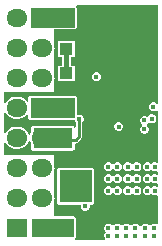
<source format=gbl>
G04*
G04 #@! TF.GenerationSoftware,Altium Limited,Altium Designer,21.6.1 (37)*
G04*
G04 Layer_Physical_Order=4*
G04 Layer_Color=16711680*
%FSLAX25Y25*%
%MOIN*%
G70*
G04*
G04 #@! TF.SameCoordinates,B910C7B4-C9C7-41F4-8FA7-49552EACB796*
G04*
G04*
G04 #@! TF.FilePolarity,Positive*
G04*
G01*
G75*
%ADD10C,0.01000*%
%ADD37O,0.07000X0.06000*%
%ADD38R,0.07000X0.06000*%
%ADD39C,0.01772*%
%ADD44R,0.04331X0.03937*%
%ADD45C,0.01500*%
%ADD46R,0.13000X0.07000*%
%ADD47R,0.14806X0.06618*%
%ADD48R,0.14732X0.06500*%
%ADD49R,0.10911X0.11000*%
%ADD50R,0.14134X0.06325*%
G36*
X53546Y48262D02*
X53046Y48055D01*
X52842Y48260D01*
X52296Y48486D01*
X51704D01*
X51158Y48260D01*
X50740Y47842D01*
X50514Y47295D01*
Y46705D01*
X50740Y46158D01*
X51158Y45740D01*
X51704Y45514D01*
X52296D01*
X52842Y45740D01*
X53046Y45945D01*
X53546Y45738D01*
Y28708D01*
X53046Y28382D01*
X52796Y28486D01*
X52204D01*
X51658Y28260D01*
X51250Y27851D01*
X50842Y28260D01*
X50296Y28486D01*
X49705D01*
X49158Y28260D01*
X48740Y27842D01*
X48514Y27296D01*
Y26704D01*
X48740Y26158D01*
X49158Y25740D01*
X49705Y25514D01*
X50296D01*
X50842Y25740D01*
X51250Y26149D01*
X51658Y25740D01*
X52204Y25514D01*
X52796D01*
X53046Y25618D01*
X53546Y25292D01*
Y24708D01*
X53046Y24382D01*
X52796Y24486D01*
X52204D01*
X51658Y24260D01*
X51250Y23851D01*
X50842Y24260D01*
X50296Y24486D01*
X49705D01*
X49158Y24260D01*
X48740Y23842D01*
X48514Y23296D01*
Y22704D01*
X48740Y22158D01*
X49158Y21740D01*
X49705Y21514D01*
X50296D01*
X50842Y21740D01*
X51250Y22149D01*
X51658Y21740D01*
X52204Y21514D01*
X52796D01*
X53046Y21618D01*
X53546Y21292D01*
Y20708D01*
X53046Y20382D01*
X52796Y20486D01*
X52204D01*
X51658Y20260D01*
X51250Y19851D01*
X50842Y20260D01*
X50296Y20486D01*
X49705D01*
X49158Y20260D01*
X48740Y19842D01*
X48514Y19296D01*
Y18704D01*
X48740Y18158D01*
X49158Y17740D01*
X49705Y17514D01*
X50296D01*
X50842Y17740D01*
X51250Y18149D01*
X51658Y17740D01*
X52204Y17514D01*
X52796D01*
X53046Y17618D01*
X53546Y17292D01*
Y8108D01*
X53046Y7899D01*
X52596Y8086D01*
X52004D01*
X51458Y7860D01*
X51083Y7484D01*
X50800Y7461D01*
X50517Y7484D01*
X50142Y7860D01*
X49595Y8086D01*
X49005D01*
X48458Y7860D01*
X48040Y7442D01*
X47921Y7153D01*
X47379D01*
X47260Y7442D01*
X46842Y7860D01*
X46295Y8086D01*
X45704D01*
X45158Y7860D01*
X44776Y7477D01*
X44495Y7458D01*
X44214Y7477D01*
X43832Y7860D01*
X43286Y8086D01*
X42695D01*
X42149Y7860D01*
X41780Y7491D01*
X41495Y7464D01*
X41210Y7491D01*
X40842Y7860D01*
X40295Y8086D01*
X39704D01*
X39158Y7860D01*
X38783Y7484D01*
X38500Y7461D01*
X38217Y7484D01*
X37842Y7860D01*
X37295Y8086D01*
X36704D01*
X36158Y7860D01*
X35740Y7442D01*
X35514Y6896D01*
Y6304D01*
X35740Y5758D01*
X36149Y5350D01*
X35740Y4942D01*
X35514Y4396D01*
Y3804D01*
X35740Y3258D01*
X35928Y3071D01*
X35721Y2571D01*
X26131D01*
X25959Y3041D01*
X26149Y3500D01*
Y9825D01*
X25959Y10284D01*
X25500Y10474D01*
X19000D01*
Y16232D01*
X19056Y16659D01*
X19000Y17087D01*
Y26232D01*
X19056Y26659D01*
X19000Y27087D01*
Y31000D01*
X2141D01*
Y35081D01*
X2641Y35181D01*
X2781Y34844D01*
X3358Y34092D01*
X4110Y33515D01*
X4985Y33152D01*
X5925Y33028D01*
X6925D01*
X7865Y33152D01*
X8741Y33515D01*
X9493Y34092D01*
X10070Y34844D01*
X10389Y35616D01*
X10675Y35669D01*
X10961Y35616D01*
X11281Y34844D01*
X11351Y34753D01*
Y33000D01*
X11541Y32541D01*
X12000Y32351D01*
X25000D01*
X25459Y32541D01*
X25500Y32640D01*
X25765D01*
Y34612D01*
X26080Y34958D01*
X26509Y35043D01*
X26873Y35287D01*
X28019Y36433D01*
X28262Y36797D01*
X28347Y37226D01*
X28347Y37226D01*
Y41951D01*
X28485Y42089D01*
X28712Y42635D01*
Y43226D01*
X28485Y43772D01*
X28067Y44190D01*
X27521Y44416D01*
X26930D01*
X26871Y44392D01*
X26456Y44669D01*
Y49986D01*
X26265Y50446D01*
X25806Y50636D01*
X11000D01*
X10541Y50446D01*
X10351Y49986D01*
Y48930D01*
X9851Y48761D01*
X9493Y49227D01*
X8741Y49804D01*
X7865Y50167D01*
X6925Y50291D01*
X5925D01*
X4985Y50167D01*
X4110Y49804D01*
X3358Y49227D01*
X2781Y48475D01*
X2641Y48138D01*
X2141Y48238D01*
Y52000D01*
X19000D01*
Y56232D01*
X19056Y56660D01*
X19000Y57087D01*
Y66232D01*
X19056Y66659D01*
X19000Y67087D01*
Y72820D01*
X25732D01*
X26191Y73011D01*
X26382Y73470D01*
Y79970D01*
X26221Y80359D01*
X26415Y80859D01*
X53546D01*
Y48262D01*
D02*
G37*
G36*
X2781Y44844D02*
X3358Y44092D01*
X4110Y43515D01*
X4985Y43152D01*
X5925Y43028D01*
X6925D01*
X7865Y43152D01*
X8741Y43515D01*
X9493Y44092D01*
X9851Y44558D01*
X10351Y44388D01*
Y43369D01*
X10541Y42909D01*
X11000Y42719D01*
X25740D01*
Y42635D01*
X25966Y42089D01*
X26104Y41951D01*
Y40209D01*
X25604Y40109D01*
X25459Y40459D01*
X25000Y40649D01*
X12000D01*
X11541Y40459D01*
X11351Y40000D01*
Y38566D01*
X11281Y38475D01*
X10961Y37703D01*
X10675Y37649D01*
X10389Y37703D01*
X10070Y38475D01*
X9493Y39227D01*
X8741Y39804D01*
X7865Y40167D01*
X6925Y40290D01*
X5925D01*
X4985Y40167D01*
X4110Y39804D01*
X3358Y39227D01*
X2781Y38475D01*
X2641Y38138D01*
X2141Y38238D01*
Y45081D01*
X2641Y45181D01*
X2781Y44844D01*
D02*
G37*
%LPC*%
G36*
X25765Y68860D02*
X20235D01*
Y63723D01*
X21617D01*
Y62420D01*
X21611Y62387D01*
X21612Y62381D01*
X21514Y62146D01*
Y61554D01*
X21617Y61306D01*
Y60777D01*
X20235D01*
Y55640D01*
X25765D01*
Y60777D01*
X24370D01*
Y61275D01*
X24486Y61554D01*
Y62146D01*
X24370Y62425D01*
Y63723D01*
X25765D01*
Y68860D01*
D02*
G37*
G36*
X33296Y58486D02*
X32704D01*
X32158Y58260D01*
X31740Y57842D01*
X31514Y57296D01*
Y56704D01*
X31740Y56158D01*
X32158Y55740D01*
X32704Y55514D01*
X33296D01*
X33842Y55740D01*
X34260Y56158D01*
X34486Y56704D01*
Y57296D01*
X34260Y57842D01*
X33842Y58260D01*
X33296Y58486D01*
D02*
G37*
G36*
X51796Y44486D02*
X51204D01*
X50658Y44260D01*
X50240Y43842D01*
X50239Y43839D01*
X49842Y43760D01*
X49295Y43986D01*
X48704D01*
X48158Y43760D01*
X47740Y43342D01*
X47514Y42796D01*
Y42204D01*
X47740Y41658D01*
X48116Y41283D01*
X48139Y41000D01*
X48116Y40717D01*
X47740Y40342D01*
X47514Y39796D01*
Y39204D01*
X47740Y38658D01*
X48158Y38240D01*
X48704Y38014D01*
X49295D01*
X49842Y38240D01*
X50260Y38658D01*
X50486Y39204D01*
Y39796D01*
X50260Y40342D01*
X49884Y40717D01*
X49861Y41000D01*
X49884Y41283D01*
X50260Y41658D01*
X50261Y41661D01*
X50658Y41740D01*
X51204Y41514D01*
X51796D01*
X52342Y41740D01*
X52760Y42158D01*
X52986Y42704D01*
Y43295D01*
X52760Y43842D01*
X52342Y44260D01*
X51796Y44486D01*
D02*
G37*
G36*
X40705Y41895D02*
X40114D01*
X39568Y41669D01*
X39150Y41251D01*
X38924Y40705D01*
Y40114D01*
X39150Y39568D01*
X39568Y39150D01*
X40114Y38924D01*
X40705D01*
X41251Y39150D01*
X41669Y39568D01*
X41895Y40114D01*
Y40705D01*
X41669Y41251D01*
X41251Y41669D01*
X40705Y41895D01*
D02*
G37*
G36*
X46795Y28486D02*
X46205D01*
X45658Y28260D01*
X45283Y27884D01*
X45000Y27861D01*
X44717Y27884D01*
X44342Y28260D01*
X43795Y28486D01*
X43205D01*
X42658Y28260D01*
X42240Y27842D01*
X42014Y27296D01*
Y26704D01*
X42240Y26158D01*
X42658Y25740D01*
X43205Y25514D01*
X43795D01*
X44342Y25740D01*
X44717Y26116D01*
X45000Y26139D01*
X45283Y26116D01*
X45658Y25740D01*
X46205Y25514D01*
X46795D01*
X47342Y25740D01*
X47760Y26158D01*
X47986Y26704D01*
Y27296D01*
X47760Y27842D01*
X47342Y28260D01*
X46795Y28486D01*
D02*
G37*
G36*
X40295D02*
X39704D01*
X39158Y28260D01*
X38783Y27884D01*
X38500Y27861D01*
X38217Y27884D01*
X37842Y28260D01*
X37295Y28486D01*
X36704D01*
X36158Y28260D01*
X35740Y27842D01*
X35514Y27296D01*
Y26704D01*
X35740Y26158D01*
X36158Y25740D01*
X36704Y25514D01*
X37295D01*
X37842Y25740D01*
X38217Y26116D01*
X38500Y26139D01*
X38783Y26116D01*
X39158Y25740D01*
X39704Y25514D01*
X40295D01*
X40842Y25740D01*
X41260Y26158D01*
X41486Y26704D01*
Y27296D01*
X41260Y27842D01*
X40842Y28260D01*
X40295Y28486D01*
D02*
G37*
G36*
X46795Y24486D02*
X46205D01*
X45658Y24260D01*
X45283Y23884D01*
X45000Y23861D01*
X44717Y23884D01*
X44342Y24260D01*
X43795Y24486D01*
X43205D01*
X42658Y24260D01*
X42240Y23842D01*
X42014Y23296D01*
Y22704D01*
X42240Y22158D01*
X42658Y21740D01*
X43205Y21514D01*
X43795D01*
X44342Y21740D01*
X44717Y22116D01*
X45000Y22139D01*
X45283Y22116D01*
X45658Y21740D01*
X46205Y21514D01*
X46795D01*
X47342Y21740D01*
X47760Y22158D01*
X47986Y22704D01*
Y23296D01*
X47760Y23842D01*
X47342Y24260D01*
X46795Y24486D01*
D02*
G37*
G36*
X40295D02*
X39704D01*
X39158Y24260D01*
X38783Y23884D01*
X38500Y23861D01*
X38217Y23884D01*
X37842Y24260D01*
X37295Y24486D01*
X36704D01*
X36158Y24260D01*
X35740Y23842D01*
X35514Y23296D01*
Y22704D01*
X35740Y22158D01*
X36158Y21740D01*
X36704Y21514D01*
X37295D01*
X37842Y21740D01*
X38217Y22116D01*
X38500Y22139D01*
X38783Y22116D01*
X39158Y21740D01*
X39704Y21514D01*
X40295D01*
X40842Y21740D01*
X41260Y22158D01*
X41486Y22704D01*
Y23296D01*
X41260Y23842D01*
X40842Y24260D01*
X40295Y24486D01*
D02*
G37*
G36*
X46795Y20486D02*
X46205D01*
X45658Y20260D01*
X45283Y19884D01*
X45000Y19861D01*
X44717Y19884D01*
X44342Y20260D01*
X43795Y20486D01*
X43205D01*
X42658Y20260D01*
X42240Y19842D01*
X42014Y19296D01*
Y18704D01*
X42240Y18158D01*
X42658Y17740D01*
X43205Y17514D01*
X43795D01*
X44342Y17740D01*
X44717Y18116D01*
X45000Y18139D01*
X45283Y18116D01*
X45658Y17740D01*
X46205Y17514D01*
X46795D01*
X47342Y17740D01*
X47760Y18158D01*
X47986Y18704D01*
Y19296D01*
X47760Y19842D01*
X47342Y20260D01*
X46795Y20486D01*
D02*
G37*
G36*
X40295D02*
X39704D01*
X39158Y20260D01*
X38783Y19884D01*
X38500Y19861D01*
X38217Y19884D01*
X37842Y20260D01*
X37295Y20486D01*
X36704D01*
X36158Y20260D01*
X35740Y19842D01*
X35514Y19296D01*
Y18704D01*
X35740Y18158D01*
X36158Y17740D01*
X36704Y17514D01*
X37295D01*
X37842Y17740D01*
X38217Y18116D01*
X38500Y18139D01*
X38783Y18116D01*
X39158Y17740D01*
X39704Y17514D01*
X40295D01*
X40842Y17740D01*
X41260Y18158D01*
X41486Y18704D01*
Y19296D01*
X41260Y19842D01*
X40842Y20260D01*
X40295Y20486D01*
D02*
G37*
G36*
X31500Y26649D02*
X20589D01*
X20130Y26459D01*
X19940Y26000D01*
Y15000D01*
X20130Y14541D01*
X20589Y14351D01*
X27650D01*
X27769Y14172D01*
Y13581D01*
X27995Y13035D01*
X28413Y12617D01*
X28959Y12391D01*
X29550D01*
X30096Y12617D01*
X30514Y13035D01*
X30740Y13581D01*
Y14172D01*
X30860Y14351D01*
X31500D01*
X31959Y14541D01*
X32149Y15000D01*
Y26000D01*
X31959Y26459D01*
X31500Y26649D01*
D02*
G37*
%LPD*%
D10*
X23000Y35209D02*
X23871Y36080D01*
X27226Y37226D02*
Y42930D01*
X23871Y36080D02*
X26080D01*
X27226Y37226D01*
X23000Y35209D02*
X23197D01*
X21368Y46659D02*
X21500Y46791D01*
X14925Y76660D02*
X14974Y76709D01*
X5000Y36500D02*
X5500D01*
D37*
X6425Y76660D02*
D03*
Y66659D02*
D03*
Y56660D02*
D03*
Y46659D02*
D03*
Y36659D02*
D03*
Y26659D02*
D03*
Y16659D02*
D03*
X14925Y66659D02*
D03*
Y56660D02*
D03*
Y46659D02*
D03*
Y36659D02*
D03*
Y26659D02*
D03*
Y16659D02*
D03*
Y6659D02*
D03*
D38*
X6425D02*
D03*
X14925Y76660D02*
D03*
D39*
X27226Y42930D02*
D03*
X40410Y40410D02*
D03*
X29145Y16646D02*
D03*
X29255Y13877D02*
D03*
X25546Y18351D02*
D03*
X22730D02*
D03*
X37000Y4100D02*
D03*
Y6600D02*
D03*
X23000Y61850D02*
D03*
X40000Y6600D02*
D03*
X42990D02*
D03*
X43000Y4100D02*
D03*
X46000Y6600D02*
D03*
X49300Y4100D02*
D03*
X40000D02*
D03*
X46000D02*
D03*
X49300Y6600D02*
D03*
X52300D02*
D03*
Y4100D02*
D03*
X52000Y47000D02*
D03*
X52500Y19000D02*
D03*
X40000D02*
D03*
X46500D02*
D03*
X50000D02*
D03*
X43500D02*
D03*
X37000D02*
D03*
X40000Y27000D02*
D03*
X52500D02*
D03*
X46500D02*
D03*
X50000D02*
D03*
X43500D02*
D03*
X37000D02*
D03*
X33000Y57000D02*
D03*
X51500Y43000D02*
D03*
X49000Y42500D02*
D03*
Y39500D02*
D03*
X37000Y23000D02*
D03*
X52500D02*
D03*
X50000D02*
D03*
X46500D02*
D03*
X43500D02*
D03*
X40000D02*
D03*
D44*
X23000Y35209D02*
D03*
Y77709D02*
D03*
Y66291D02*
D03*
Y5791D02*
D03*
Y17209D02*
D03*
Y23791D02*
D03*
Y58209D02*
D03*
Y46791D02*
D03*
D45*
X22994Y62393D02*
Y65285D01*
Y58215D02*
X23000Y58209D01*
X22987Y62387D02*
X22994Y62380D01*
Y65285D02*
X23000Y65291D01*
X22987Y62387D02*
X22994Y62393D01*
Y58215D02*
Y62380D01*
D46*
X18500Y36500D02*
D03*
D47*
X18403Y46678D02*
D03*
D48*
X18366Y76720D02*
D03*
D49*
X26045Y20500D02*
D03*
D50*
X18433Y6662D02*
D03*
M02*

</source>
